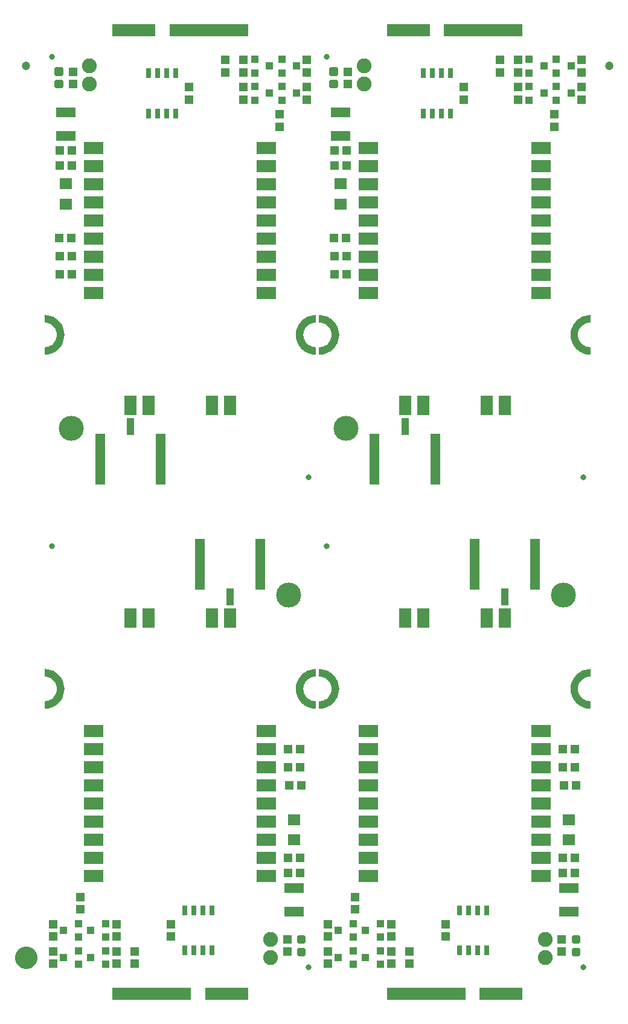
<source format=gts>
G04 EAGLE Gerber RS-274X export*
G75*
%MOMM*%
%FSLAX34Y34*%
%LPD*%
%INSoldermask Top*%
%IPPOS*%
%AMOC8*
5,1,8,0,0,1.08239X$1,22.5*%
G01*
%ADD10R,1.303200X1.203200*%
%ADD11C,0.838200*%
%ADD12R,1.803200X1.603200*%
%ADD13C,2.082800*%
%ADD14R,1.203200X1.303200*%
%ADD15C,0.505344*%
%ADD16R,2.703200X1.703200*%
%ADD17R,1.703200X2.703200*%
%ADD18R,2.703200X1.403200*%
%ADD19C,3.505200*%
%ADD20R,1.353200X7.203200*%
%ADD21R,1.103200X2.403200*%
%ADD22R,0.553200X1.653200*%
%ADD23C,0.863600*%
%ADD24R,1.103200X1.003200*%
%ADD25R,0.803200X1.403200*%
%ADD26C,1.203200*%
%ADD27C,1.270000*%
%ADD28C,1.703200*%

G36*
X389013Y908729D02*
X389013Y908729D01*
X389022Y908732D01*
X389048Y908734D01*
X392882Y909568D01*
X392891Y909572D01*
X392916Y909578D01*
X396592Y910949D01*
X396600Y910955D01*
X396625Y910964D01*
X400068Y912844D01*
X400075Y912851D01*
X400098Y912863D01*
X403239Y915215D01*
X403245Y915223D01*
X403266Y915238D01*
X406041Y918013D01*
X406045Y918021D01*
X406064Y918039D01*
X408415Y921180D01*
X408419Y921190D01*
X408435Y921210D01*
X410315Y924654D01*
X410317Y924663D01*
X410330Y924686D01*
X411701Y928363D01*
X411702Y928372D01*
X411711Y928397D01*
X412545Y932231D01*
X412544Y932240D01*
X412550Y932266D01*
X412830Y936180D01*
X412828Y936189D01*
X412830Y936215D01*
X412550Y940129D01*
X412549Y940133D01*
X412549Y940136D01*
X412546Y940142D01*
X412545Y940164D01*
X411711Y943998D01*
X411706Y944007D01*
X411701Y944032D01*
X410330Y947708D01*
X410324Y947716D01*
X410315Y947741D01*
X408435Y951184D01*
X408428Y951191D01*
X408415Y951214D01*
X406064Y954355D01*
X406056Y954361D01*
X406041Y954382D01*
X403266Y957157D01*
X403258Y957161D01*
X403239Y957180D01*
X400098Y959531D01*
X400089Y959535D01*
X400068Y959551D01*
X396625Y961431D01*
X396615Y961433D01*
X396592Y961446D01*
X392916Y962817D01*
X392907Y962818D01*
X392882Y962827D01*
X389048Y963661D01*
X389038Y963660D01*
X389013Y963666D01*
X385099Y963946D01*
X385074Y963941D01*
X385048Y963944D01*
X385007Y963926D01*
X384963Y963917D01*
X384944Y963898D01*
X384920Y963888D01*
X384895Y963850D01*
X384863Y963818D01*
X384858Y963793D01*
X384843Y963771D01*
X384832Y963697D01*
X384832Y953697D01*
X384834Y953690D01*
X384833Y953683D01*
X384854Y953624D01*
X384871Y953563D01*
X384877Y953558D01*
X384879Y953552D01*
X384929Y953513D01*
X384977Y953471D01*
X384984Y953470D01*
X384989Y953466D01*
X385062Y953449D01*
X387780Y953235D01*
X390412Y952603D01*
X392913Y951567D01*
X395221Y950153D01*
X397279Y948395D01*
X399037Y946337D01*
X400451Y944029D01*
X401487Y941528D01*
X402119Y938896D01*
X402331Y936197D01*
X402119Y933499D01*
X401487Y930867D01*
X400451Y928366D01*
X399037Y926058D01*
X397279Y924000D01*
X395221Y922242D01*
X392913Y920828D01*
X390412Y919792D01*
X387780Y919160D01*
X385062Y918946D01*
X385055Y918943D01*
X385048Y918944D01*
X384990Y918919D01*
X384931Y918896D01*
X384927Y918891D01*
X384920Y918888D01*
X384885Y918835D01*
X384848Y918784D01*
X384847Y918777D01*
X384843Y918771D01*
X384832Y918697D01*
X384832Y908697D01*
X384839Y908672D01*
X384837Y908646D01*
X384859Y908607D01*
X384871Y908563D01*
X384891Y908546D01*
X384903Y908523D01*
X384943Y908501D01*
X384977Y908471D01*
X385002Y908467D01*
X385025Y908455D01*
X385099Y908449D01*
X389013Y908729D01*
G37*
G36*
X3949Y908729D02*
X3949Y908729D01*
X3958Y908732D01*
X3984Y908734D01*
X7818Y909568D01*
X7827Y909572D01*
X7852Y909578D01*
X11528Y910949D01*
X11536Y910955D01*
X11561Y910964D01*
X15004Y912844D01*
X15011Y912851D01*
X15034Y912863D01*
X18175Y915215D01*
X18181Y915223D01*
X18202Y915238D01*
X20977Y918013D01*
X20981Y918021D01*
X21000Y918039D01*
X23351Y921180D01*
X23355Y921190D01*
X23371Y921210D01*
X25251Y924654D01*
X25253Y924663D01*
X25266Y924686D01*
X26637Y928363D01*
X26638Y928372D01*
X26647Y928397D01*
X27481Y932231D01*
X27480Y932240D01*
X27486Y932266D01*
X27766Y936180D01*
X27764Y936189D01*
X27766Y936215D01*
X27486Y940129D01*
X27485Y940133D01*
X27485Y940136D01*
X27482Y940142D01*
X27481Y940164D01*
X26647Y943998D01*
X26642Y944007D01*
X26637Y944032D01*
X25266Y947708D01*
X25260Y947716D01*
X25251Y947741D01*
X23371Y951184D01*
X23364Y951191D01*
X23351Y951214D01*
X21000Y954355D01*
X20992Y954361D01*
X20977Y954382D01*
X18202Y957157D01*
X18194Y957161D01*
X18175Y957180D01*
X15034Y959531D01*
X15025Y959535D01*
X15004Y959551D01*
X11561Y961431D01*
X11551Y961433D01*
X11528Y961446D01*
X7852Y962817D01*
X7843Y962818D01*
X7818Y962827D01*
X3984Y963661D01*
X3974Y963660D01*
X3949Y963666D01*
X35Y963946D01*
X10Y963941D01*
X-16Y963944D01*
X-57Y963926D01*
X-101Y963917D01*
X-120Y963898D01*
X-144Y963888D01*
X-169Y963850D01*
X-201Y963818D01*
X-206Y963793D01*
X-221Y963771D01*
X-232Y963697D01*
X-232Y953697D01*
X-230Y953690D01*
X-231Y953683D01*
X-210Y953624D01*
X-193Y953563D01*
X-187Y953558D01*
X-185Y953552D01*
X-135Y953513D01*
X-87Y953471D01*
X-80Y953470D01*
X-75Y953466D01*
X-2Y953449D01*
X2716Y953235D01*
X5348Y952603D01*
X7849Y951567D01*
X10157Y950153D01*
X12215Y948395D01*
X13973Y946337D01*
X15387Y944029D01*
X16423Y941528D01*
X17055Y938896D01*
X17267Y936197D01*
X17055Y933499D01*
X16423Y930867D01*
X15387Y928366D01*
X13973Y926058D01*
X12215Y924000D01*
X10157Y922242D01*
X7849Y920828D01*
X5348Y919792D01*
X2716Y919160D01*
X-2Y918946D01*
X-9Y918943D01*
X-16Y918944D01*
X-74Y918919D01*
X-133Y918896D01*
X-137Y918891D01*
X-144Y918888D01*
X-179Y918835D01*
X-216Y918784D01*
X-217Y918777D01*
X-221Y918771D01*
X-232Y918697D01*
X-232Y908697D01*
X-225Y908672D01*
X-227Y908646D01*
X-205Y908607D01*
X-193Y908563D01*
X-173Y908546D01*
X-161Y908523D01*
X-121Y908501D01*
X-87Y908471D01*
X-62Y908467D01*
X-39Y908455D01*
X35Y908449D01*
X3949Y908729D01*
G37*
G36*
X389013Y412531D02*
X389013Y412531D01*
X389022Y412535D01*
X389048Y412536D01*
X392882Y413370D01*
X392891Y413375D01*
X392916Y413380D01*
X396592Y414752D01*
X396600Y414757D01*
X396625Y414766D01*
X400068Y416647D01*
X400075Y416654D01*
X400098Y416666D01*
X403239Y419017D01*
X403245Y419025D01*
X403266Y419041D01*
X406041Y421815D01*
X406045Y421824D01*
X406064Y421842D01*
X408415Y424983D01*
X408419Y424992D01*
X408435Y425013D01*
X410315Y428457D01*
X410317Y428466D01*
X410330Y428489D01*
X411701Y432165D01*
X411702Y432175D01*
X411711Y432199D01*
X412545Y436033D01*
X412544Y436043D01*
X412550Y436069D01*
X412830Y439982D01*
X412828Y439992D01*
X412830Y440018D01*
X412550Y443931D01*
X412549Y443936D01*
X412549Y443939D01*
X412546Y443945D01*
X412545Y443967D01*
X411711Y447801D01*
X411706Y447809D01*
X411701Y447835D01*
X410330Y451511D01*
X410324Y451519D01*
X410315Y451543D01*
X408435Y454987D01*
X408428Y454994D01*
X408415Y455017D01*
X406064Y458158D01*
X406056Y458164D01*
X406041Y458185D01*
X403266Y460959D01*
X403258Y460964D01*
X403239Y460983D01*
X400098Y463334D01*
X400089Y463337D01*
X400068Y463353D01*
X396625Y465234D01*
X396615Y465236D01*
X396592Y465248D01*
X392916Y466620D01*
X392907Y466620D01*
X392882Y466630D01*
X389048Y467464D01*
X389038Y467463D01*
X389013Y467469D01*
X385099Y467749D01*
X385074Y467743D01*
X385048Y467747D01*
X385007Y467729D01*
X384963Y467719D01*
X384944Y467701D01*
X384920Y467690D01*
X384895Y467652D01*
X384863Y467621D01*
X384858Y467595D01*
X384843Y467574D01*
X384832Y467500D01*
X384832Y457500D01*
X384834Y457493D01*
X384833Y457486D01*
X384854Y457427D01*
X384871Y457366D01*
X384877Y457361D01*
X384879Y457354D01*
X384929Y457316D01*
X384977Y457274D01*
X384984Y457273D01*
X384989Y457268D01*
X385062Y457252D01*
X387780Y457038D01*
X390412Y456406D01*
X392913Y455370D01*
X395221Y453956D01*
X397279Y452198D01*
X399037Y450139D01*
X400451Y447831D01*
X401487Y445331D01*
X402119Y442698D01*
X402331Y440000D01*
X402119Y437302D01*
X401487Y434669D01*
X400451Y432169D01*
X399037Y429861D01*
X397279Y427802D01*
X395221Y426044D01*
X392913Y424630D01*
X390412Y423594D01*
X387780Y422962D01*
X385062Y422748D01*
X385055Y422746D01*
X385048Y422747D01*
X384990Y422721D01*
X384931Y422699D01*
X384927Y422693D01*
X384920Y422690D01*
X384885Y422637D01*
X384848Y422587D01*
X384847Y422580D01*
X384843Y422574D01*
X384832Y422500D01*
X384832Y412500D01*
X384839Y412475D01*
X384837Y412449D01*
X384859Y412409D01*
X384871Y412366D01*
X384891Y412349D01*
X384903Y412326D01*
X384943Y412304D01*
X384977Y412274D01*
X385002Y412270D01*
X385025Y412257D01*
X385099Y412251D01*
X389013Y412531D01*
G37*
G36*
X3923Y412531D02*
X3923Y412531D01*
X3933Y412535D01*
X3959Y412536D01*
X7793Y413370D01*
X7801Y413375D01*
X7827Y413380D01*
X11503Y414752D01*
X11511Y414757D01*
X11535Y414766D01*
X14979Y416647D01*
X14986Y416654D01*
X15009Y416666D01*
X18150Y419017D01*
X18156Y419025D01*
X18177Y419041D01*
X20951Y421815D01*
X20956Y421824D01*
X20975Y421842D01*
X23326Y424983D01*
X23329Y424992D01*
X23345Y425013D01*
X25226Y428457D01*
X25228Y428466D01*
X25240Y428489D01*
X26612Y432165D01*
X26612Y432175D01*
X26622Y432199D01*
X27456Y436033D01*
X27455Y436043D01*
X27461Y436069D01*
X27741Y439982D01*
X27739Y439992D01*
X27741Y440018D01*
X27461Y443931D01*
X27459Y443936D01*
X27460Y443939D01*
X27457Y443945D01*
X27456Y443967D01*
X26622Y447801D01*
X26617Y447809D01*
X26612Y447835D01*
X25240Y451511D01*
X25235Y451519D01*
X25226Y451543D01*
X23345Y454987D01*
X23338Y454994D01*
X23326Y455017D01*
X20975Y458158D01*
X20967Y458164D01*
X20951Y458185D01*
X18177Y460959D01*
X18168Y460964D01*
X18150Y460983D01*
X15009Y463334D01*
X15000Y463337D01*
X14979Y463353D01*
X11535Y465234D01*
X11526Y465236D01*
X11503Y465248D01*
X7827Y466620D01*
X7817Y466620D01*
X7793Y466630D01*
X3959Y467464D01*
X3949Y467463D01*
X3923Y467469D01*
X10Y467749D01*
X-16Y467743D01*
X-41Y467747D01*
X-83Y467729D01*
X-127Y467719D01*
X-145Y467701D01*
X-169Y467690D01*
X-194Y467652D01*
X-226Y467621D01*
X-232Y467595D01*
X-246Y467574D01*
X-257Y467500D01*
X-257Y457500D01*
X-255Y457493D01*
X-257Y457486D01*
X-236Y457427D01*
X-218Y457366D01*
X-213Y457361D01*
X-210Y457354D01*
X-160Y457316D01*
X-113Y457274D01*
X-106Y457273D01*
X-100Y457268D01*
X-28Y457252D01*
X2690Y457038D01*
X5323Y456406D01*
X7823Y455370D01*
X10131Y453956D01*
X12190Y452198D01*
X13948Y450139D01*
X15362Y447831D01*
X16398Y445331D01*
X17030Y442698D01*
X17242Y440000D01*
X17030Y437302D01*
X16398Y434669D01*
X15362Y432169D01*
X13948Y429861D01*
X12190Y427802D01*
X10131Y426044D01*
X7823Y424630D01*
X5323Y423594D01*
X2690Y422962D01*
X-28Y422748D01*
X-34Y422746D01*
X-41Y422747D01*
X-99Y422721D01*
X-158Y422699D01*
X-163Y422693D01*
X-169Y422690D01*
X-204Y422637D01*
X-242Y422587D01*
X-242Y422580D01*
X-246Y422574D01*
X-257Y422500D01*
X-257Y412500D01*
X-250Y412475D01*
X-252Y412449D01*
X-231Y412409D01*
X-218Y412366D01*
X-198Y412349D01*
X-186Y412326D01*
X-147Y412304D01*
X-113Y412274D01*
X-87Y412270D01*
X-64Y412257D01*
X10Y412251D01*
X3923Y412531D01*
G37*
G36*
X765089Y908454D02*
X765089Y908454D01*
X765115Y908450D01*
X765156Y908469D01*
X765200Y908478D01*
X765219Y908497D01*
X765243Y908507D01*
X765267Y908545D01*
X765300Y908577D01*
X765305Y908602D01*
X765320Y908624D01*
X765331Y908697D01*
X765331Y918697D01*
X765329Y918704D01*
X765330Y918711D01*
X765309Y918771D01*
X765291Y918832D01*
X765286Y918836D01*
X765284Y918843D01*
X765234Y918882D01*
X765186Y918924D01*
X765179Y918925D01*
X765173Y918929D01*
X765101Y918946D01*
X762383Y919160D01*
X759751Y919792D01*
X757250Y920828D01*
X754942Y922242D01*
X752884Y924000D01*
X751126Y926058D01*
X749712Y928366D01*
X748676Y930867D01*
X748044Y933499D01*
X747831Y936197D01*
X748044Y938896D01*
X748676Y941528D01*
X749712Y944029D01*
X751126Y946337D01*
X752884Y948395D01*
X754942Y950153D01*
X757250Y951567D01*
X759751Y952603D01*
X762383Y953235D01*
X765101Y953449D01*
X765108Y953452D01*
X765115Y953450D01*
X765173Y953476D01*
X765232Y953499D01*
X765236Y953504D01*
X765243Y953507D01*
X765277Y953560D01*
X765315Y953611D01*
X765316Y953618D01*
X765320Y953624D01*
X765331Y953697D01*
X765331Y963697D01*
X765323Y963722D01*
X765325Y963748D01*
X765304Y963788D01*
X765291Y963832D01*
X765272Y963849D01*
X765260Y963872D01*
X765220Y963894D01*
X765186Y963924D01*
X765160Y963927D01*
X765138Y963940D01*
X765064Y963946D01*
X761150Y963666D01*
X761141Y963663D01*
X761115Y963661D01*
X757281Y962827D01*
X757272Y962822D01*
X757247Y962817D01*
X753570Y961446D01*
X753563Y961440D01*
X753538Y961431D01*
X750094Y959551D01*
X750088Y959544D01*
X750064Y959531D01*
X746923Y957180D01*
X746918Y957172D01*
X746897Y957157D01*
X744122Y954382D01*
X744117Y954374D01*
X744099Y954355D01*
X741747Y951214D01*
X741744Y951205D01*
X741728Y951184D01*
X739848Y947741D01*
X739846Y947731D01*
X739833Y947708D01*
X738462Y944032D01*
X738461Y944023D01*
X738452Y943998D01*
X737618Y940164D01*
X737618Y940154D01*
X737613Y940129D01*
X737333Y936215D01*
X737335Y936206D01*
X737333Y936180D01*
X737613Y932266D01*
X737616Y932257D01*
X737618Y932231D01*
X738452Y928397D01*
X738456Y928388D01*
X738462Y928363D01*
X739833Y924686D01*
X739839Y924679D01*
X739848Y924654D01*
X741728Y921210D01*
X741735Y921204D01*
X741747Y921180D01*
X744099Y918039D01*
X744107Y918034D01*
X744122Y918013D01*
X746897Y915238D01*
X746905Y915233D01*
X746923Y915215D01*
X750064Y912863D01*
X750074Y912860D01*
X750094Y912844D01*
X753538Y910964D01*
X753547Y910962D01*
X753570Y910949D01*
X757247Y909578D01*
X757256Y909577D01*
X757281Y909568D01*
X761115Y908734D01*
X761124Y908734D01*
X761150Y908729D01*
X765064Y908449D01*
X765089Y908454D01*
G37*
G36*
X380025Y908454D02*
X380025Y908454D01*
X380051Y908450D01*
X380092Y908469D01*
X380136Y908478D01*
X380155Y908497D01*
X380179Y908507D01*
X380203Y908545D01*
X380236Y908577D01*
X380241Y908602D01*
X380256Y908624D01*
X380267Y908697D01*
X380267Y918697D01*
X380265Y918704D01*
X380266Y918711D01*
X380245Y918771D01*
X380227Y918832D01*
X380222Y918836D01*
X380220Y918843D01*
X380170Y918882D01*
X380122Y918924D01*
X380115Y918925D01*
X380109Y918929D01*
X380037Y918946D01*
X377319Y919160D01*
X374687Y919792D01*
X372186Y920828D01*
X369878Y922242D01*
X367820Y924000D01*
X366062Y926058D01*
X364648Y928366D01*
X363612Y930867D01*
X362980Y933499D01*
X362767Y936197D01*
X362980Y938896D01*
X363612Y941528D01*
X364648Y944029D01*
X366062Y946337D01*
X367820Y948395D01*
X369878Y950153D01*
X372186Y951567D01*
X374687Y952603D01*
X377319Y953235D01*
X380037Y953449D01*
X380044Y953452D01*
X380051Y953450D01*
X380109Y953476D01*
X380168Y953499D01*
X380172Y953504D01*
X380179Y953507D01*
X380213Y953560D01*
X380251Y953611D01*
X380252Y953618D01*
X380256Y953624D01*
X380267Y953697D01*
X380267Y963697D01*
X380259Y963722D01*
X380261Y963748D01*
X380240Y963788D01*
X380227Y963832D01*
X380208Y963849D01*
X380196Y963872D01*
X380156Y963894D01*
X380122Y963924D01*
X380096Y963927D01*
X380074Y963940D01*
X380000Y963946D01*
X376086Y963666D01*
X376077Y963663D01*
X376051Y963661D01*
X372217Y962827D01*
X372208Y962822D01*
X372183Y962817D01*
X368506Y961446D01*
X368499Y961440D01*
X368474Y961431D01*
X365030Y959551D01*
X365024Y959544D01*
X365000Y959531D01*
X361859Y957180D01*
X361854Y957172D01*
X361833Y957157D01*
X359058Y954382D01*
X359053Y954374D01*
X359035Y954355D01*
X356683Y951214D01*
X356680Y951205D01*
X356664Y951184D01*
X354784Y947741D01*
X354782Y947731D01*
X354769Y947708D01*
X353398Y944032D01*
X353397Y944023D01*
X353388Y943998D01*
X352554Y940164D01*
X352554Y940154D01*
X352549Y940129D01*
X352269Y936215D01*
X352271Y936206D01*
X352269Y936180D01*
X352549Y932266D01*
X352552Y932257D01*
X352554Y932231D01*
X353388Y928397D01*
X353392Y928388D01*
X353398Y928363D01*
X354769Y924686D01*
X354775Y924679D01*
X354784Y924654D01*
X356664Y921210D01*
X356671Y921204D01*
X356683Y921180D01*
X359035Y918039D01*
X359043Y918034D01*
X359058Y918013D01*
X361833Y915238D01*
X361841Y915233D01*
X361859Y915215D01*
X365000Y912863D01*
X365010Y912860D01*
X365030Y912844D01*
X368474Y910964D01*
X368483Y910962D01*
X368506Y910949D01*
X372183Y909578D01*
X372192Y909577D01*
X372217Y909568D01*
X376051Y908734D01*
X376060Y908734D01*
X376086Y908729D01*
X380000Y908449D01*
X380025Y908454D01*
G37*
G36*
X765089Y412257D02*
X765089Y412257D01*
X765115Y412253D01*
X765156Y412271D01*
X765200Y412281D01*
X765219Y412299D01*
X765243Y412310D01*
X765267Y412348D01*
X765300Y412379D01*
X765305Y412405D01*
X765320Y412427D01*
X765331Y412500D01*
X765331Y422500D01*
X765329Y422507D01*
X765330Y422514D01*
X765309Y422573D01*
X765291Y422634D01*
X765286Y422639D01*
X765284Y422646D01*
X765234Y422685D01*
X765186Y422726D01*
X765179Y422727D01*
X765173Y422732D01*
X765101Y422748D01*
X762383Y422962D01*
X759751Y423594D01*
X757250Y424630D01*
X754942Y426044D01*
X752884Y427802D01*
X751126Y429861D01*
X749712Y432169D01*
X748676Y434669D01*
X748044Y437302D01*
X747831Y440000D01*
X748044Y442698D01*
X748676Y445331D01*
X749712Y447831D01*
X751126Y450139D01*
X752884Y452198D01*
X754942Y453956D01*
X757250Y455370D01*
X759751Y456406D01*
X762383Y457038D01*
X765101Y457252D01*
X765108Y457254D01*
X765115Y457253D01*
X765173Y457279D01*
X765232Y457301D01*
X765236Y457307D01*
X765243Y457310D01*
X765277Y457363D01*
X765315Y457413D01*
X765316Y457421D01*
X765320Y457427D01*
X765331Y457500D01*
X765331Y467500D01*
X765323Y467525D01*
X765325Y467551D01*
X765304Y467591D01*
X765291Y467634D01*
X765272Y467651D01*
X765260Y467674D01*
X765220Y467696D01*
X765186Y467726D01*
X765160Y467730D01*
X765138Y467743D01*
X765064Y467749D01*
X761150Y467469D01*
X761141Y467465D01*
X761115Y467464D01*
X757281Y466630D01*
X757272Y466625D01*
X757247Y466620D01*
X753570Y465248D01*
X753563Y465243D01*
X753538Y465234D01*
X750094Y463353D01*
X750088Y463346D01*
X750064Y463334D01*
X746923Y460983D01*
X746918Y460975D01*
X746897Y460959D01*
X744122Y458185D01*
X744117Y458176D01*
X744099Y458158D01*
X741747Y455017D01*
X741744Y455008D01*
X741728Y454987D01*
X739848Y451543D01*
X739846Y451534D01*
X739833Y451511D01*
X738462Y447835D01*
X738461Y447825D01*
X738452Y447801D01*
X737618Y443967D01*
X737618Y443957D01*
X737613Y443931D01*
X737333Y440018D01*
X737335Y440008D01*
X737333Y439982D01*
X737613Y436069D01*
X737616Y436059D01*
X737618Y436033D01*
X738452Y432199D01*
X738456Y432191D01*
X738462Y432165D01*
X739833Y428489D01*
X739839Y428481D01*
X739848Y428457D01*
X741728Y425013D01*
X741735Y425006D01*
X741747Y424983D01*
X744099Y421842D01*
X744107Y421836D01*
X744122Y421815D01*
X746897Y419041D01*
X746905Y419036D01*
X746923Y419017D01*
X750064Y416666D01*
X750074Y416663D01*
X750094Y416647D01*
X753538Y414766D01*
X753547Y414764D01*
X753570Y414752D01*
X757247Y413380D01*
X757256Y413380D01*
X757281Y413370D01*
X761115Y412536D01*
X761124Y412537D01*
X761150Y412531D01*
X765064Y412251D01*
X765089Y412257D01*
G37*
G36*
X380000Y412257D02*
X380000Y412257D01*
X380025Y412253D01*
X380067Y412271D01*
X380111Y412281D01*
X380129Y412299D01*
X380153Y412310D01*
X380178Y412348D01*
X380210Y412379D01*
X380216Y412405D01*
X380230Y412427D01*
X380241Y412500D01*
X380241Y422500D01*
X380239Y422507D01*
X380241Y422514D01*
X380220Y422573D01*
X380202Y422634D01*
X380197Y422639D01*
X380194Y422646D01*
X380144Y422685D01*
X380097Y422726D01*
X380090Y422727D01*
X380084Y422732D01*
X380012Y422748D01*
X377294Y422962D01*
X374661Y423594D01*
X372161Y424630D01*
X369853Y426044D01*
X367794Y427802D01*
X366036Y429861D01*
X364622Y432169D01*
X363586Y434669D01*
X362954Y437302D01*
X362742Y440000D01*
X362954Y442698D01*
X363586Y445331D01*
X364622Y447831D01*
X366036Y450139D01*
X367794Y452198D01*
X369853Y453956D01*
X372161Y455370D01*
X374661Y456406D01*
X377294Y457038D01*
X380012Y457252D01*
X380018Y457254D01*
X380025Y457253D01*
X380083Y457279D01*
X380142Y457301D01*
X380147Y457307D01*
X380153Y457310D01*
X380188Y457363D01*
X380226Y457413D01*
X380226Y457421D01*
X380230Y457427D01*
X380241Y457500D01*
X380241Y467500D01*
X380234Y467525D01*
X380236Y467551D01*
X380215Y467591D01*
X380202Y467634D01*
X380182Y467651D01*
X380170Y467674D01*
X380131Y467696D01*
X380097Y467726D01*
X380071Y467730D01*
X380048Y467743D01*
X379974Y467749D01*
X376061Y467469D01*
X376051Y467465D01*
X376025Y467464D01*
X372191Y466630D01*
X372183Y466625D01*
X372157Y466620D01*
X368481Y465248D01*
X368473Y465243D01*
X368449Y465234D01*
X365005Y463353D01*
X364998Y463346D01*
X364975Y463334D01*
X361834Y460983D01*
X361828Y460975D01*
X361807Y460959D01*
X359033Y458185D01*
X359028Y458176D01*
X359009Y458158D01*
X356658Y455017D01*
X356655Y455008D01*
X356639Y454987D01*
X354758Y451543D01*
X354756Y451534D01*
X354744Y451511D01*
X353372Y447835D01*
X353372Y447825D01*
X353362Y447801D01*
X352528Y443967D01*
X352529Y443957D01*
X352523Y443931D01*
X352243Y440018D01*
X352245Y440008D01*
X352243Y439982D01*
X352523Y436069D01*
X352527Y436059D01*
X352528Y436033D01*
X353362Y432199D01*
X353367Y432191D01*
X353372Y432165D01*
X354744Y428489D01*
X354749Y428481D01*
X354758Y428457D01*
X356639Y425013D01*
X356646Y425006D01*
X356658Y424983D01*
X359009Y421842D01*
X359017Y421836D01*
X359033Y421815D01*
X361807Y419041D01*
X361816Y419036D01*
X361834Y419017D01*
X364975Y416666D01*
X364984Y416663D01*
X365005Y416647D01*
X368449Y414766D01*
X368458Y414764D01*
X368481Y414752D01*
X372157Y413380D01*
X372167Y413380D01*
X372191Y413370D01*
X376025Y412536D01*
X376035Y412537D01*
X376061Y412531D01*
X379974Y412251D01*
X380000Y412257D01*
G37*
D10*
X341512Y203200D03*
X358512Y203200D03*
D11*
X369992Y50000D03*
X9992Y640000D03*
D10*
X341512Y181610D03*
X358512Y181610D03*
D12*
X350012Y256570D03*
X350012Y228570D03*
D13*
X316992Y63500D03*
X316992Y88900D03*
D14*
X339992Y71500D03*
X339992Y88500D03*
D15*
X356502Y85280D02*
X363482Y85280D01*
X356502Y85280D02*
X356502Y92260D01*
X363482Y92260D01*
X363482Y85280D01*
X363482Y90080D02*
X356502Y90080D01*
X356502Y67740D02*
X363482Y67740D01*
X356502Y67740D02*
X356502Y74720D01*
X363482Y74720D01*
X363482Y67740D01*
X363482Y72540D02*
X356502Y72540D01*
D16*
X68992Y177900D03*
X68992Y203300D03*
X68992Y228700D03*
X68992Y254100D03*
X68992Y279500D03*
X68992Y304900D03*
X68992Y330300D03*
X68992Y355700D03*
X68992Y381100D03*
X310992Y177900D03*
X310992Y203300D03*
X310992Y228700D03*
X310992Y254100D03*
X310992Y279500D03*
X310992Y304900D03*
X310992Y330300D03*
X310992Y355700D03*
X310992Y381100D03*
D17*
X259992Y538900D03*
X234592Y538900D03*
X145392Y538900D03*
X119992Y538900D03*
D14*
X50292Y148200D03*
X50292Y131200D03*
D10*
X342782Y304800D03*
X359782Y304800D03*
X358512Y355600D03*
X341512Y355600D03*
X358512Y330200D03*
X341512Y330200D03*
D18*
X349992Y128100D03*
X349992Y161100D03*
D19*
X342392Y571500D03*
D20*
X217492Y614600D03*
D21*
X259992Y568600D03*
D20*
X302492Y614600D03*
D22*
X282492Y12750D03*
X277492Y12750D03*
X272492Y12750D03*
X267492Y12750D03*
X262492Y12750D03*
X257492Y12750D03*
X252492Y12750D03*
X247492Y12750D03*
X242492Y12750D03*
X237492Y12750D03*
X232492Y12750D03*
X227492Y12750D03*
X202492Y12750D03*
X197492Y12750D03*
X192492Y12750D03*
X187492Y12750D03*
X182492Y12750D03*
X177492Y12750D03*
X172492Y12750D03*
X167492Y12750D03*
X162492Y12750D03*
X157492Y12750D03*
X152492Y12750D03*
X147492Y12750D03*
X142492Y12750D03*
X137492Y12750D03*
X132492Y12750D03*
X127492Y12750D03*
X122492Y12750D03*
X117492Y12750D03*
X112492Y12750D03*
X107492Y12750D03*
X102492Y12750D03*
X97492Y12750D03*
D23*
X369992Y461000D03*
X369992Y419000D03*
X356992Y440000D03*
X9992Y419000D03*
X9992Y461000D03*
X22992Y440000D03*
D14*
X126492Y72000D03*
X126492Y55000D03*
D24*
X47592Y92100D03*
X47592Y111100D03*
X26592Y101600D03*
D14*
X12192Y110100D03*
X12192Y93100D03*
D24*
X85692Y92100D03*
X85692Y111100D03*
X64692Y101600D03*
D14*
X101092Y110100D03*
X101092Y93100D03*
D24*
X47592Y54000D03*
X47592Y73000D03*
X26592Y63500D03*
D14*
X12192Y72000D03*
X12192Y55000D03*
D24*
X85692Y54000D03*
X85692Y73000D03*
X64692Y63500D03*
D14*
X101092Y55000D03*
X101092Y72000D03*
D25*
X196342Y73600D03*
X209042Y73600D03*
X221742Y73600D03*
X234442Y73600D03*
X234442Y129600D03*
X221742Y129600D03*
X209042Y129600D03*
X196342Y129600D03*
D14*
X177292Y110100D03*
X177292Y93100D03*
D10*
X726601Y203200D03*
X743601Y203200D03*
D11*
X755081Y50000D03*
X395081Y640000D03*
D10*
X726601Y181610D03*
X743601Y181610D03*
D12*
X735101Y256570D03*
X735101Y228570D03*
D13*
X702081Y63500D03*
X702081Y88900D03*
D14*
X725081Y71500D03*
X725081Y88500D03*
D15*
X741591Y85280D02*
X748571Y85280D01*
X741591Y85280D02*
X741591Y92260D01*
X748571Y92260D01*
X748571Y85280D01*
X748571Y90080D02*
X741591Y90080D01*
X741591Y67740D02*
X748571Y67740D01*
X741591Y67740D02*
X741591Y74720D01*
X748571Y74720D01*
X748571Y67740D01*
X748571Y72540D02*
X741591Y72540D01*
D16*
X454081Y177900D03*
X454081Y203300D03*
X454081Y228700D03*
X454081Y254100D03*
X454081Y279500D03*
X454081Y304900D03*
X454081Y330300D03*
X454081Y355700D03*
X454081Y381100D03*
X696081Y177900D03*
X696081Y203300D03*
X696081Y228700D03*
X696081Y254100D03*
X696081Y279500D03*
X696081Y304900D03*
X696081Y330300D03*
X696081Y355700D03*
X696081Y381100D03*
D17*
X645081Y538900D03*
X619681Y538900D03*
X530481Y538900D03*
X505081Y538900D03*
D14*
X435381Y148200D03*
X435381Y131200D03*
D10*
X727871Y304800D03*
X744871Y304800D03*
X743601Y355600D03*
X726601Y355600D03*
X743601Y330200D03*
X726601Y330200D03*
D18*
X735081Y128100D03*
X735081Y161100D03*
D19*
X727481Y571500D03*
D20*
X602581Y614600D03*
D21*
X645081Y568600D03*
D20*
X687581Y614600D03*
D22*
X667581Y12750D03*
X662581Y12750D03*
X657581Y12750D03*
X652581Y12750D03*
X647581Y12750D03*
X642581Y12750D03*
X637581Y12750D03*
X632581Y12750D03*
X627581Y12750D03*
X622581Y12750D03*
X617581Y12750D03*
X612581Y12750D03*
X587581Y12750D03*
X582581Y12750D03*
X577581Y12750D03*
X572581Y12750D03*
X567581Y12750D03*
X562581Y12750D03*
X557581Y12750D03*
X552581Y12750D03*
X547581Y12750D03*
X542581Y12750D03*
X537581Y12750D03*
X532581Y12750D03*
X527581Y12750D03*
X522581Y12750D03*
X517581Y12750D03*
X512581Y12750D03*
X507581Y12750D03*
X502581Y12750D03*
X497581Y12750D03*
X492581Y12750D03*
X487581Y12750D03*
X482581Y12750D03*
D23*
X755081Y461000D03*
X755081Y419000D03*
X742081Y440000D03*
X395081Y419000D03*
X395081Y461000D03*
X408081Y440000D03*
D14*
X511581Y72000D03*
X511581Y55000D03*
D24*
X432681Y92100D03*
X432681Y111100D03*
X411681Y101600D03*
D14*
X397281Y110100D03*
X397281Y93100D03*
D24*
X470781Y92100D03*
X470781Y111100D03*
X449781Y101600D03*
D14*
X486181Y110100D03*
X486181Y93100D03*
D24*
X432681Y54000D03*
X432681Y73000D03*
X411681Y63500D03*
D14*
X397281Y72000D03*
X397281Y55000D03*
D24*
X470781Y54000D03*
X470781Y73000D03*
X449781Y63500D03*
D14*
X486181Y55000D03*
X486181Y72000D03*
D25*
X581431Y73600D03*
X594131Y73600D03*
X606831Y73600D03*
X619531Y73600D03*
X619531Y129600D03*
X606831Y129600D03*
X594131Y129600D03*
X581431Y129600D03*
D14*
X562381Y110100D03*
X562381Y93100D03*
D10*
X38497Y1172997D03*
X21497Y1172997D03*
D11*
X10017Y1326197D03*
X370017Y736197D03*
D10*
X38497Y1194587D03*
X21497Y1194587D03*
D12*
X29997Y1119627D03*
X29997Y1147627D03*
D13*
X63017Y1312697D03*
X63017Y1287297D03*
D14*
X40017Y1304697D03*
X40017Y1287697D03*
D15*
X23507Y1290917D02*
X16527Y1290917D01*
X23507Y1290917D02*
X23507Y1283937D01*
X16527Y1283937D01*
X16527Y1290917D01*
X16527Y1288737D02*
X23507Y1288737D01*
X23507Y1308457D02*
X16527Y1308457D01*
X23507Y1308457D02*
X23507Y1301477D01*
X16527Y1301477D01*
X16527Y1308457D01*
X16527Y1306277D02*
X23507Y1306277D01*
D16*
X311017Y1198297D03*
X311017Y1172897D03*
X311017Y1147497D03*
X311017Y1122097D03*
X311017Y1096697D03*
X311017Y1071297D03*
X311017Y1045897D03*
X311017Y1020497D03*
X311017Y995097D03*
X69017Y1198297D03*
X69017Y1172897D03*
X69017Y1147497D03*
X69017Y1122097D03*
X69017Y1096697D03*
X69017Y1071297D03*
X69017Y1045897D03*
X69017Y1020497D03*
X69017Y995097D03*
D17*
X120017Y837297D03*
X145417Y837297D03*
X234617Y837297D03*
X260017Y837297D03*
D14*
X329717Y1227997D03*
X329717Y1244997D03*
D10*
X37227Y1071397D03*
X20227Y1071397D03*
X21497Y1020597D03*
X38497Y1020597D03*
X21497Y1045997D03*
X38497Y1045997D03*
D18*
X30017Y1248097D03*
X30017Y1215097D03*
D19*
X37617Y804697D03*
D20*
X162517Y761597D03*
D21*
X120017Y807597D03*
D20*
X77517Y761597D03*
D22*
X97517Y1363447D03*
X102517Y1363447D03*
X107517Y1363447D03*
X112517Y1363447D03*
X117517Y1363447D03*
X122517Y1363447D03*
X127517Y1363447D03*
X132517Y1363447D03*
X137517Y1363447D03*
X142517Y1363447D03*
X147517Y1363447D03*
X152517Y1363447D03*
X177517Y1363447D03*
X182517Y1363447D03*
X187517Y1363447D03*
X192517Y1363447D03*
X197517Y1363447D03*
X202517Y1363447D03*
X207517Y1363447D03*
X212517Y1363447D03*
X217517Y1363447D03*
X222517Y1363447D03*
X227517Y1363447D03*
X232517Y1363447D03*
X237517Y1363447D03*
X242517Y1363447D03*
X247517Y1363447D03*
X252517Y1363447D03*
X257517Y1363447D03*
X262517Y1363447D03*
X267517Y1363447D03*
X272517Y1363447D03*
X277517Y1363447D03*
X282517Y1363447D03*
D23*
X10017Y915197D03*
X10017Y957197D03*
X23017Y936197D03*
X370017Y957197D03*
X370017Y915197D03*
X357017Y936197D03*
D14*
X253517Y1304197D03*
X253517Y1321197D03*
D24*
X332417Y1284097D03*
X332417Y1265097D03*
X353417Y1274597D03*
D14*
X367817Y1266097D03*
X367817Y1283097D03*
D24*
X294317Y1284097D03*
X294317Y1265097D03*
X315317Y1274597D03*
D14*
X278917Y1266097D03*
X278917Y1283097D03*
D24*
X332417Y1322197D03*
X332417Y1303197D03*
X353417Y1312697D03*
D14*
X367817Y1304197D03*
X367817Y1321197D03*
D24*
X294317Y1322197D03*
X294317Y1303197D03*
X315317Y1312697D03*
D14*
X278917Y1321197D03*
X278917Y1304197D03*
D25*
X183667Y1302597D03*
X170967Y1302597D03*
X158267Y1302597D03*
X145567Y1302597D03*
X145567Y1246597D03*
X158267Y1246597D03*
X170967Y1246597D03*
X183667Y1246597D03*
D14*
X202717Y1266097D03*
X202717Y1283097D03*
D10*
X423561Y1172997D03*
X406561Y1172997D03*
D11*
X395081Y1326197D03*
X755081Y736197D03*
D10*
X423561Y1194587D03*
X406561Y1194587D03*
D12*
X415061Y1119627D03*
X415061Y1147627D03*
D13*
X448081Y1312697D03*
X448081Y1287297D03*
D14*
X425081Y1304697D03*
X425081Y1287697D03*
D15*
X408571Y1290917D02*
X401591Y1290917D01*
X408571Y1290917D02*
X408571Y1283937D01*
X401591Y1283937D01*
X401591Y1290917D01*
X401591Y1288737D02*
X408571Y1288737D01*
X408571Y1308457D02*
X401591Y1308457D01*
X408571Y1308457D02*
X408571Y1301477D01*
X401591Y1301477D01*
X401591Y1308457D01*
X401591Y1306277D02*
X408571Y1306277D01*
D16*
X696081Y1198297D03*
X696081Y1172897D03*
X696081Y1147497D03*
X696081Y1122097D03*
X696081Y1096697D03*
X696081Y1071297D03*
X696081Y1045897D03*
X696081Y1020497D03*
X696081Y995097D03*
X454081Y1198297D03*
X454081Y1172897D03*
X454081Y1147497D03*
X454081Y1122097D03*
X454081Y1096697D03*
X454081Y1071297D03*
X454081Y1045897D03*
X454081Y1020497D03*
X454081Y995097D03*
D17*
X505081Y837297D03*
X530481Y837297D03*
X619681Y837297D03*
X645081Y837297D03*
D14*
X714781Y1227997D03*
X714781Y1244997D03*
D10*
X422291Y1071397D03*
X405291Y1071397D03*
X406561Y1020597D03*
X423561Y1020597D03*
X406561Y1045997D03*
X423561Y1045997D03*
D18*
X415081Y1248097D03*
X415081Y1215097D03*
D19*
X422681Y804697D03*
D20*
X547581Y761597D03*
D21*
X505081Y807597D03*
D20*
X462581Y761597D03*
D22*
X482581Y1363447D03*
X487581Y1363447D03*
X492581Y1363447D03*
X497581Y1363447D03*
X502581Y1363447D03*
X507581Y1363447D03*
X512581Y1363447D03*
X517581Y1363447D03*
X522581Y1363447D03*
X527581Y1363447D03*
X532581Y1363447D03*
X537581Y1363447D03*
X562581Y1363447D03*
X567581Y1363447D03*
X572581Y1363447D03*
X577581Y1363447D03*
X582581Y1363447D03*
X587581Y1363447D03*
X592581Y1363447D03*
X597581Y1363447D03*
X602581Y1363447D03*
X607581Y1363447D03*
X612581Y1363447D03*
X617581Y1363447D03*
X622581Y1363447D03*
X627581Y1363447D03*
X632581Y1363447D03*
X637581Y1363447D03*
X642581Y1363447D03*
X647581Y1363447D03*
X652581Y1363447D03*
X657581Y1363447D03*
X662581Y1363447D03*
X667581Y1363447D03*
D23*
X395081Y915197D03*
X395081Y957197D03*
X408081Y936197D03*
X755081Y957197D03*
X755081Y915197D03*
X742081Y936197D03*
D14*
X638581Y1304197D03*
X638581Y1321197D03*
D24*
X717481Y1284097D03*
X717481Y1265097D03*
X738481Y1274597D03*
D14*
X752881Y1266097D03*
X752881Y1283097D03*
D24*
X679381Y1284097D03*
X679381Y1265097D03*
X700381Y1274597D03*
D14*
X663981Y1266097D03*
X663981Y1283097D03*
D24*
X717481Y1322197D03*
X717481Y1303197D03*
X738481Y1312697D03*
D14*
X752881Y1304197D03*
X752881Y1321197D03*
D24*
X679381Y1322197D03*
X679381Y1303197D03*
X700381Y1312697D03*
D14*
X663981Y1321197D03*
X663981Y1304197D03*
D25*
X568731Y1302597D03*
X556031Y1302597D03*
X543331Y1302597D03*
X530631Y1302597D03*
X530631Y1246597D03*
X543331Y1246597D03*
X556031Y1246597D03*
X568731Y1246597D03*
D14*
X587781Y1266097D03*
X587781Y1283097D03*
D26*
X-26238Y1312697D03*
X791337Y1312697D03*
D27*
X-35293Y63500D02*
X-35290Y63722D01*
X-35282Y63944D01*
X-35268Y64166D01*
X-35249Y64388D01*
X-35225Y64608D01*
X-35195Y64829D01*
X-35160Y65048D01*
X-35119Y65267D01*
X-35073Y65484D01*
X-35022Y65700D01*
X-34965Y65915D01*
X-34903Y66129D01*
X-34836Y66340D01*
X-34764Y66551D01*
X-34686Y66759D01*
X-34604Y66965D01*
X-34516Y67169D01*
X-34424Y67372D01*
X-34326Y67571D01*
X-34224Y67768D01*
X-34117Y67963D01*
X-34005Y68155D01*
X-33888Y68344D01*
X-33767Y68531D01*
X-33641Y68714D01*
X-33511Y68894D01*
X-33376Y69071D01*
X-33238Y69244D01*
X-33095Y69414D01*
X-32947Y69581D01*
X-32796Y69744D01*
X-32641Y69903D01*
X-32482Y70058D01*
X-32319Y70209D01*
X-32152Y70357D01*
X-31982Y70500D01*
X-31809Y70638D01*
X-31632Y70773D01*
X-31452Y70903D01*
X-31269Y71029D01*
X-31082Y71150D01*
X-30893Y71267D01*
X-30701Y71379D01*
X-30506Y71486D01*
X-30309Y71588D01*
X-30110Y71686D01*
X-29907Y71778D01*
X-29703Y71866D01*
X-29497Y71948D01*
X-29289Y72026D01*
X-29078Y72098D01*
X-28867Y72165D01*
X-28653Y72227D01*
X-28438Y72284D01*
X-28222Y72335D01*
X-28005Y72381D01*
X-27786Y72422D01*
X-27567Y72457D01*
X-27346Y72487D01*
X-27126Y72511D01*
X-26904Y72530D01*
X-26682Y72544D01*
X-26460Y72552D01*
X-26238Y72555D01*
X-26016Y72552D01*
X-25794Y72544D01*
X-25572Y72530D01*
X-25350Y72511D01*
X-25130Y72487D01*
X-24909Y72457D01*
X-24690Y72422D01*
X-24471Y72381D01*
X-24254Y72335D01*
X-24038Y72284D01*
X-23823Y72227D01*
X-23609Y72165D01*
X-23398Y72098D01*
X-23187Y72026D01*
X-22979Y71948D01*
X-22773Y71866D01*
X-22569Y71778D01*
X-22366Y71686D01*
X-22167Y71588D01*
X-21970Y71486D01*
X-21775Y71379D01*
X-21583Y71267D01*
X-21394Y71150D01*
X-21207Y71029D01*
X-21024Y70903D01*
X-20844Y70773D01*
X-20667Y70638D01*
X-20494Y70500D01*
X-20324Y70357D01*
X-20157Y70209D01*
X-19994Y70058D01*
X-19835Y69903D01*
X-19680Y69744D01*
X-19529Y69581D01*
X-19381Y69414D01*
X-19238Y69244D01*
X-19100Y69071D01*
X-18965Y68894D01*
X-18835Y68714D01*
X-18709Y68531D01*
X-18588Y68344D01*
X-18471Y68155D01*
X-18359Y67963D01*
X-18252Y67768D01*
X-18150Y67571D01*
X-18052Y67372D01*
X-17960Y67169D01*
X-17872Y66965D01*
X-17790Y66759D01*
X-17712Y66551D01*
X-17640Y66340D01*
X-17573Y66129D01*
X-17511Y65915D01*
X-17454Y65700D01*
X-17403Y65484D01*
X-17357Y65267D01*
X-17316Y65048D01*
X-17281Y64829D01*
X-17251Y64608D01*
X-17227Y64388D01*
X-17208Y64166D01*
X-17194Y63944D01*
X-17186Y63722D01*
X-17183Y63500D01*
X-17186Y63278D01*
X-17194Y63056D01*
X-17208Y62834D01*
X-17227Y62612D01*
X-17251Y62392D01*
X-17281Y62171D01*
X-17316Y61952D01*
X-17357Y61733D01*
X-17403Y61516D01*
X-17454Y61300D01*
X-17511Y61085D01*
X-17573Y60871D01*
X-17640Y60660D01*
X-17712Y60449D01*
X-17790Y60241D01*
X-17872Y60035D01*
X-17960Y59831D01*
X-18052Y59628D01*
X-18150Y59429D01*
X-18252Y59232D01*
X-18359Y59037D01*
X-18471Y58845D01*
X-18588Y58656D01*
X-18709Y58469D01*
X-18835Y58286D01*
X-18965Y58106D01*
X-19100Y57929D01*
X-19238Y57756D01*
X-19381Y57586D01*
X-19529Y57419D01*
X-19680Y57256D01*
X-19835Y57097D01*
X-19994Y56942D01*
X-20157Y56791D01*
X-20324Y56643D01*
X-20494Y56500D01*
X-20667Y56362D01*
X-20844Y56227D01*
X-21024Y56097D01*
X-21207Y55971D01*
X-21394Y55850D01*
X-21583Y55733D01*
X-21775Y55621D01*
X-21970Y55514D01*
X-22167Y55412D01*
X-22366Y55314D01*
X-22569Y55222D01*
X-22773Y55134D01*
X-22979Y55052D01*
X-23187Y54974D01*
X-23398Y54902D01*
X-23609Y54835D01*
X-23823Y54773D01*
X-24038Y54716D01*
X-24254Y54665D01*
X-24471Y54619D01*
X-24690Y54578D01*
X-24909Y54543D01*
X-25130Y54513D01*
X-25350Y54489D01*
X-25572Y54470D01*
X-25794Y54456D01*
X-26016Y54448D01*
X-26238Y54445D01*
X-26460Y54448D01*
X-26682Y54456D01*
X-26904Y54470D01*
X-27126Y54489D01*
X-27346Y54513D01*
X-27567Y54543D01*
X-27786Y54578D01*
X-28005Y54619D01*
X-28222Y54665D01*
X-28438Y54716D01*
X-28653Y54773D01*
X-28867Y54835D01*
X-29078Y54902D01*
X-29289Y54974D01*
X-29497Y55052D01*
X-29703Y55134D01*
X-29907Y55222D01*
X-30110Y55314D01*
X-30309Y55412D01*
X-30506Y55514D01*
X-30701Y55621D01*
X-30893Y55733D01*
X-31082Y55850D01*
X-31269Y55971D01*
X-31452Y56097D01*
X-31632Y56227D01*
X-31809Y56362D01*
X-31982Y56500D01*
X-32152Y56643D01*
X-32319Y56791D01*
X-32482Y56942D01*
X-32641Y57097D01*
X-32796Y57256D01*
X-32947Y57419D01*
X-33095Y57586D01*
X-33238Y57756D01*
X-33376Y57929D01*
X-33511Y58106D01*
X-33641Y58286D01*
X-33767Y58469D01*
X-33888Y58656D01*
X-34005Y58845D01*
X-34117Y59037D01*
X-34224Y59232D01*
X-34326Y59429D01*
X-34424Y59628D01*
X-34516Y59831D01*
X-34604Y60035D01*
X-34686Y60241D01*
X-34764Y60449D01*
X-34836Y60660D01*
X-34903Y60871D01*
X-34965Y61085D01*
X-35022Y61300D01*
X-35073Y61516D01*
X-35119Y61733D01*
X-35160Y61952D01*
X-35195Y62171D01*
X-35225Y62392D01*
X-35249Y62612D01*
X-35268Y62834D01*
X-35282Y63056D01*
X-35290Y63278D01*
X-35293Y63500D01*
D28*
X-26238Y63500D03*
M02*

</source>
